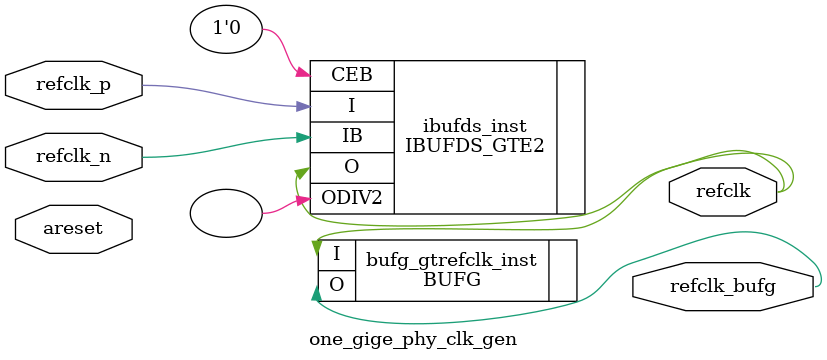
<source format=v>

module one_gige_phy_clk_gen
(
   input  areset,
   input  refclk_p,
   input  refclk_n,
   output refclk,
   output refclk_bufg
);

   IBUFDS_GTE2 ibufds_inst (
      .O     (refclk),
      .ODIV2 (),
      .CEB   (1'b0),
      .I     (refclk_p),
      .IB    (refclk_n)
   );

   BUFG bufg_gtrefclk_inst (
      .I(refclk),
      .O(refclk_bufg)
   );

endmodule




</source>
